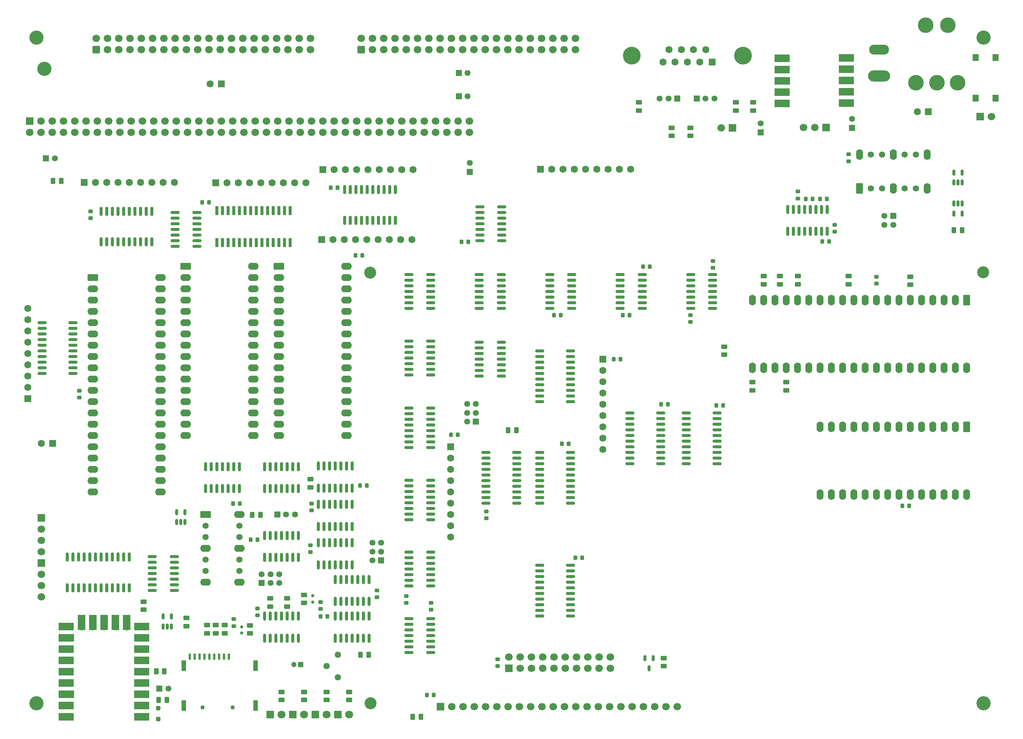
<source format=gbr>
%TF.GenerationSoftware,KiCad,Pcbnew,9.0.6*%
%TF.CreationDate,2025-11-23T22:39:12-08:00*%
%TF.ProjectId,SD-ZMB,53442d5a-4d42-42e6-9b69-6361645f7063,PR8.2*%
%TF.SameCoordinates,Original*%
%TF.FileFunction,Soldermask,Top*%
%TF.FilePolarity,Negative*%
%FSLAX46Y46*%
G04 Gerber Fmt 4.6, Leading zero omitted, Abs format (unit mm)*
G04 Created by KiCad (PCBNEW 9.0.6) date 2025-11-23 22:39:12*
%MOMM*%
%LPD*%
G01*
G04 APERTURE LIST*
G04 Aperture macros list*
%AMRoundRect*
0 Rectangle with rounded corners*
0 $1 Rounding radius*
0 $2 $3 $4 $5 $6 $7 $8 $9 X,Y pos of 4 corners*
0 Add a 4 corners polygon primitive as box body*
4,1,4,$2,$3,$4,$5,$6,$7,$8,$9,$2,$3,0*
0 Add four circle primitives for the rounded corners*
1,1,$1+$1,$2,$3*
1,1,$1+$1,$4,$5*
1,1,$1+$1,$6,$7*
1,1,$1+$1,$8,$9*
0 Add four rect primitives between the rounded corners*
20,1,$1+$1,$2,$3,$4,$5,0*
20,1,$1+$1,$4,$5,$6,$7,0*
20,1,$1+$1,$6,$7,$8,$9,0*
20,1,$1+$1,$8,$9,$2,$3,0*%
G04 Aperture macros list end*
%ADD10RoundRect,0.150000X0.200000X-0.150000X0.200000X0.150000X-0.200000X0.150000X-0.200000X-0.150000X0*%
%ADD11C,3.200000*%
%ADD12RoundRect,0.250000X0.350000X0.350000X-0.350000X0.350000X-0.350000X-0.350000X0.350000X-0.350000X0*%
%ADD13C,1.200000*%
%ADD14R,1.600000X1.600000*%
%ADD15C,1.600000*%
%ADD16RoundRect,0.150000X0.825000X0.150000X-0.825000X0.150000X-0.825000X-0.150000X0.825000X-0.150000X0*%
%ADD17RoundRect,0.225000X0.225000X0.250000X-0.225000X0.250000X-0.225000X-0.250000X0.225000X-0.250000X0*%
%ADD18RoundRect,0.250000X0.250000X-0.250000X0.250000X0.250000X-0.250000X0.250000X-0.250000X-0.250000X0*%
%ADD19RoundRect,0.250000X0.450000X-0.262500X0.450000X0.262500X-0.450000X0.262500X-0.450000X-0.262500X0*%
%ADD20RoundRect,0.225000X0.250000X-0.225000X0.250000X0.225000X-0.250000X0.225000X-0.250000X-0.225000X0*%
%ADD21R,1.350000X1.350000*%
%ADD22C,1.350000*%
%ADD23RoundRect,0.250000X0.550000X-0.950000X0.550000X0.950000X-0.550000X0.950000X-0.550000X-0.950000X0*%
%ADD24C,1.400000*%
%ADD25O,1.600000X2.400000*%
%ADD26RoundRect,0.150000X-0.837500X-0.150000X0.837500X-0.150000X0.837500X0.150000X-0.837500X0.150000X0*%
%ADD27RoundRect,0.225000X-0.250000X0.225000X-0.250000X-0.225000X0.250000X-0.225000X0.250000X0.225000X0*%
%ADD28C,2.700000*%
%ADD29R,1.700000X1.700000*%
%ADD30C,1.700000*%
%ADD31RoundRect,0.150000X0.150000X-0.825000X0.150000X0.825000X-0.150000X0.825000X-0.150000X-0.825000X0*%
%ADD32O,1.700000X1.700000*%
%ADD33R,3.500000X1.700000*%
%ADD34RoundRect,0.150000X-0.825000X-0.150000X0.825000X-0.150000X0.825000X0.150000X-0.825000X0.150000X0*%
%ADD35RoundRect,0.250000X-0.950000X-0.550000X0.950000X-0.550000X0.950000X0.550000X-0.950000X0.550000X0*%
%ADD36O,2.400000X1.600000*%
%ADD37RoundRect,0.225000X-0.225000X-0.250000X0.225000X-0.250000X0.225000X0.250000X-0.225000X0.250000X0*%
%ADD38RoundRect,0.250000X-0.450000X0.262500X-0.450000X-0.262500X0.450000X-0.262500X0.450000X0.262500X0*%
%ADD39RoundRect,0.150000X0.150000X-0.900000X0.150000X0.900000X-0.150000X0.900000X-0.150000X-0.900000X0*%
%ADD40C,4.000000*%
%ADD41C,3.500000*%
%ADD42R,1.800000X1.800000*%
%ADD43C,1.800000*%
%ADD44RoundRect,0.250000X-0.262500X-0.450000X0.262500X-0.450000X0.262500X0.450000X-0.262500X0.450000X0*%
%ADD45RoundRect,0.250000X0.550000X0.550000X-0.550000X0.550000X-0.550000X-0.550000X0.550000X-0.550000X0*%
%ADD46RoundRect,0.150000X0.150000X-0.837500X0.150000X0.837500X-0.150000X0.837500X-0.150000X-0.837500X0*%
%ADD47RoundRect,0.250000X0.262500X0.450000X-0.262500X0.450000X-0.262500X-0.450000X0.262500X-0.450000X0*%
%ADD48R,1.400000X1.600000*%
%ADD49RoundRect,0.150000X-0.150000X0.825000X-0.150000X-0.825000X0.150000X-0.825000X0.150000X0.825000X0*%
%ADD50RoundRect,0.250000X0.600000X-0.600000X0.600000X0.600000X-0.600000X0.600000X-0.600000X-0.600000X0*%
%ADD51RoundRect,0.150000X-0.150000X0.512500X-0.150000X-0.512500X0.150000X-0.512500X0.150000X0.512500X0*%
%ADD52RoundRect,0.250000X-0.550000X0.950000X-0.550000X-0.950000X0.550000X-0.950000X0.550000X0.950000X0*%
%ADD53O,5.000000X2.500000*%
%ADD54O,4.500000X2.250000*%
%ADD55R,1.700000X3.500000*%
%ADD56RoundRect,0.150000X0.837500X0.150000X-0.837500X0.150000X-0.837500X-0.150000X0.837500X-0.150000X0*%
%ADD57RoundRect,0.150000X0.150000X-0.512500X0.150000X0.512500X-0.150000X0.512500X-0.150000X-0.512500X0*%
%ADD58RoundRect,0.150000X-0.150000X0.837500X-0.150000X-0.837500X0.150000X-0.837500X0.150000X0.837500X0*%
%ADD59RoundRect,0.150000X-0.200000X0.150000X-0.200000X-0.150000X0.200000X-0.150000X0.200000X0.150000X0*%
%ADD60C,0.950000*%
%ADD61R,0.620000X1.400000*%
%ADD62R,1.100000X2.400000*%
%ADD63C,1.440000*%
G04 APERTURE END LIST*
D10*
%TO.C,D5*%
X158750000Y-224725000D03*
X158750000Y-226125000D03*
%TD*%
D11*
%TO.C,H3*%
X309880000Y-99060000D03*
%TD*%
D12*
%TO.C,C6*%
X156043600Y-240157000D03*
D13*
X154543600Y-240157000D03*
%TD*%
D14*
%TO.C,RN4*%
X107315000Y-131650000D03*
D15*
X109855000Y-131650000D03*
X112395000Y-131650000D03*
X114935000Y-131650000D03*
X117475000Y-131650000D03*
X120015000Y-131650000D03*
X122555000Y-131650000D03*
X125095000Y-131650000D03*
X127635000Y-131650000D03*
%TD*%
D16*
%TO.C,U10*%
X132715000Y-146050000D03*
X132715000Y-144780000D03*
X132715000Y-143510000D03*
X132715000Y-142240000D03*
X132715000Y-140970000D03*
X132715000Y-139700000D03*
X132715000Y-138430000D03*
X127765000Y-138430000D03*
X127765000Y-139700000D03*
X127765000Y-140970000D03*
X127765000Y-142240000D03*
X127765000Y-143510000D03*
X127765000Y-144780000D03*
X127765000Y-146050000D03*
%TD*%
D17*
%TO.C,C26*%
X169939000Y-148082000D03*
X168389000Y-148082000D03*
%TD*%
D18*
%TO.C,D6*%
X123952000Y-252500000D03*
X123952000Y-250000000D03*
%TD*%
D19*
%TO.C,R36*%
X158242000Y-200302500D03*
X158242000Y-198477500D03*
%TD*%
D20*
%TO.C,C27*%
X200406000Y-240551000D03*
X200406000Y-239001000D03*
%TD*%
D21*
%TO.C,OP1*%
X150780999Y-206375000D03*
D22*
X152780999Y-206375000D03*
X154780999Y-206375000D03*
%TD*%
D23*
%TO.C,U31*%
X281940000Y-132969000D03*
D24*
X284480000Y-132969000D03*
X287020000Y-132969000D03*
D25*
X289560000Y-132969000D03*
D24*
X292100000Y-132969000D03*
X294640000Y-132969000D03*
D25*
X297180000Y-132969000D03*
X297180000Y-125349000D03*
D24*
X294640000Y-125349000D03*
X292100000Y-125349000D03*
D25*
X289560000Y-125349000D03*
D24*
X287020000Y-125349000D03*
X284480000Y-125349000D03*
D25*
X281940000Y-125349000D03*
%TD*%
D16*
%TO.C,U43*%
X127570000Y-223520000D03*
X127570000Y-222250000D03*
X127570000Y-220980000D03*
X127570000Y-219710000D03*
X127570000Y-218440000D03*
X127570000Y-217170000D03*
X127570000Y-215900000D03*
X122620000Y-215900000D03*
X122620000Y-217170000D03*
X122620000Y-218440000D03*
X122620000Y-219710000D03*
X122620000Y-220980000D03*
X122620000Y-222250000D03*
X122620000Y-223520000D03*
%TD*%
D26*
%TO.C,U26*%
X209897500Y-169545000D03*
X209897500Y-170815000D03*
X209897500Y-172085000D03*
X209897500Y-173355000D03*
X209897500Y-174625000D03*
X209897500Y-175895000D03*
X209897500Y-177165000D03*
X209897500Y-178435000D03*
X209897500Y-179705000D03*
X209897500Y-180975000D03*
X216822500Y-180975000D03*
X216822500Y-179705000D03*
X216822500Y-178435000D03*
X216822500Y-177165000D03*
X216822500Y-175895000D03*
X216822500Y-174625000D03*
X216822500Y-173355000D03*
X216822500Y-172085000D03*
X216822500Y-170815000D03*
X216822500Y-169545000D03*
%TD*%
D27*
%TO.C,C12*%
X158496000Y-203949000D03*
X158496000Y-205499000D03*
%TD*%
%TO.C,C32*%
X158242000Y-213347000D03*
X158242000Y-214897000D03*
%TD*%
D28*
%TO.C,H6*%
X171796679Y-248907865D03*
%TD*%
D27*
%TO.C,C41*%
X276352000Y-141211000D03*
X276352000Y-142761000D03*
%TD*%
D29*
%TO.C,J16*%
X274447000Y-119253000D03*
D30*
X271907000Y-119253000D03*
X269367001Y-119253000D03*
%TD*%
D31*
%TO.C,U8*%
X147955000Y-200595000D03*
X149225000Y-200595000D03*
X150495000Y-200595000D03*
X151765000Y-200595000D03*
X153035000Y-200595000D03*
X154305000Y-200595000D03*
X155575000Y-200595000D03*
X155575000Y-195645000D03*
X154305000Y-195645000D03*
X153035000Y-195645000D03*
X151765000Y-195645000D03*
X150495000Y-195645000D03*
X149225000Y-195645000D03*
X147955000Y-195645000D03*
%TD*%
D32*
%TO.C,M1*%
X265450000Y-103722000D03*
D33*
X264550000Y-103722000D03*
D32*
X265450000Y-106262000D03*
D33*
X264550000Y-106262000D03*
D29*
X265450000Y-108802000D03*
D33*
X264550000Y-108802000D03*
D32*
X265450000Y-111342000D03*
D33*
X264550000Y-111342000D03*
D32*
X265450000Y-113882000D03*
D33*
X264550000Y-113882000D03*
D32*
X278130000Y-113792000D03*
D33*
X279030000Y-113792000D03*
D32*
X278130000Y-111252000D03*
D33*
X279030000Y-111252000D03*
D29*
X278130000Y-108712000D03*
D33*
X279030000Y-108712000D03*
D32*
X278130000Y-106172000D03*
D33*
X279030000Y-106172000D03*
D32*
X278130000Y-103632000D03*
D33*
X279030000Y-103632000D03*
%TD*%
D34*
%TO.C,U34*%
X196407000Y-137160000D03*
X196407000Y-138430000D03*
X196407000Y-139700000D03*
X196407000Y-140970000D03*
X196407000Y-142240000D03*
X196407000Y-143510000D03*
X196407000Y-144780000D03*
X201357000Y-144780000D03*
X201357000Y-143510000D03*
X201357000Y-142240000D03*
X201357000Y-140970000D03*
X201357000Y-139700000D03*
X201357000Y-138430000D03*
X201357000Y-137160000D03*
%TD*%
%TO.C,U12*%
X180405000Y-198728000D03*
X180405000Y-199998000D03*
X180405000Y-201268000D03*
X180405000Y-202538000D03*
X180405000Y-203808000D03*
X180405000Y-205078000D03*
X180405000Y-206348000D03*
X180405000Y-207618000D03*
X185355000Y-207618000D03*
X185355000Y-206348000D03*
X185355000Y-205078000D03*
X185355000Y-203808000D03*
X185355000Y-202538000D03*
X185355000Y-201268000D03*
X185355000Y-199998000D03*
X185355000Y-198728000D03*
%TD*%
D11*
%TO.C,H1*%
X96520000Y-248920000D03*
%TD*%
D17*
%TO.C,C8*%
X234709000Y-150622000D03*
X233159000Y-150622000D03*
%TD*%
D34*
%TO.C,U7*%
X180405000Y-152400000D03*
X180405000Y-153670000D03*
X180405000Y-154940000D03*
X180405000Y-156210000D03*
X180405000Y-157480000D03*
X180405000Y-158750000D03*
X180405000Y-160020000D03*
X185355000Y-160020000D03*
X185355000Y-158750000D03*
X185355000Y-157480000D03*
X185355000Y-156210000D03*
X185355000Y-154940000D03*
X185355000Y-153670000D03*
X185355000Y-152400000D03*
%TD*%
D35*
%TO.C,U13*%
X109220000Y-153035000D03*
D36*
X109220000Y-155575000D03*
X109220000Y-158115000D03*
X109220000Y-160655000D03*
X109220000Y-163195000D03*
X109220000Y-165735000D03*
X109220000Y-168275000D03*
X109220000Y-170815000D03*
X109220000Y-173355000D03*
X109220000Y-175895000D03*
X109220000Y-178435000D03*
X109220000Y-180975000D03*
X109220000Y-183515000D03*
X109220000Y-186055000D03*
X109220000Y-188595000D03*
X109220000Y-191135000D03*
X109220000Y-193675000D03*
X109220000Y-196215000D03*
X109220000Y-198755000D03*
X109220000Y-201295000D03*
X124460000Y-201295000D03*
X124460000Y-198755000D03*
X124460000Y-196215000D03*
X124460000Y-193675000D03*
X124460000Y-191135000D03*
X124460000Y-188595000D03*
X124460000Y-186055000D03*
X124460000Y-183515000D03*
X124460000Y-180975000D03*
X124460000Y-178435000D03*
X124460000Y-175895000D03*
X124460000Y-173355000D03*
X124460000Y-170815000D03*
X124460000Y-168275000D03*
X124460000Y-165735000D03*
X124460000Y-163195000D03*
X124460000Y-160655000D03*
X124460000Y-158115000D03*
X124460000Y-155575000D03*
X124460000Y-153035000D03*
%TD*%
D27*
%TO.C,C31*%
X197866000Y-205727000D03*
X197866000Y-207277000D03*
%TD*%
D37*
%TO.C,C7*%
X214871000Y-190500000D03*
X216421000Y-190500000D03*
%TD*%
D29*
%TO.C,J3*%
X253370000Y-119380000D03*
D30*
X250830000Y-119380000D03*
%TD*%
D34*
%TO.C,U4*%
X243905000Y-152400000D03*
X243905000Y-153670000D03*
X243905000Y-154940000D03*
X243905000Y-156210000D03*
X243905000Y-157480000D03*
X243905000Y-158750000D03*
X243905000Y-160020000D03*
X248855000Y-160020000D03*
X248855000Y-158750000D03*
X248855000Y-157480000D03*
X248855000Y-156210000D03*
X248855000Y-154940000D03*
X248855000Y-153670000D03*
X248855000Y-152400000D03*
%TD*%
D26*
%TO.C,U18*%
X209897500Y-192405000D03*
X209897500Y-193675000D03*
X209897500Y-194945000D03*
X209897500Y-196215000D03*
X209897500Y-197485000D03*
X209897500Y-198755000D03*
X209897500Y-200025000D03*
X209897500Y-201295000D03*
X209897500Y-202565000D03*
X209897500Y-203835000D03*
X216822500Y-203835000D03*
X216822500Y-202565000D03*
X216822500Y-201295000D03*
X216822500Y-200025000D03*
X216822500Y-198755000D03*
X216822500Y-197485000D03*
X216822500Y-196215000D03*
X216822500Y-194945000D03*
X216822500Y-193675000D03*
X216822500Y-192405000D03*
%TD*%
D14*
%TO.C,RN1*%
X189865000Y-191135000D03*
D15*
X189865000Y-193675000D03*
X189865000Y-196215000D03*
X189865000Y-198755000D03*
X189865000Y-201295000D03*
X189865000Y-203835000D03*
X189865000Y-206375000D03*
X189865000Y-208915000D03*
X189865000Y-211455000D03*
%TD*%
D38*
%TO.C,R6*%
X257810000Y-176633500D03*
X257810000Y-178458500D03*
%TD*%
D39*
%TO.C,U15*%
X137160000Y-145205000D03*
X138430001Y-145205000D03*
X139700000Y-145205000D03*
X140970000Y-145205000D03*
X142240000Y-145204999D03*
X143510000Y-145205000D03*
X144780000Y-145205000D03*
X146050000Y-145205000D03*
X147320000Y-145205000D03*
X148590000Y-145204999D03*
X149860000Y-145205000D03*
X151130000Y-145205000D03*
X152399999Y-145205000D03*
X153670000Y-145205000D03*
X153670000Y-138005000D03*
X152399999Y-138005000D03*
X151130000Y-138005000D03*
X149860000Y-138005000D03*
X148590000Y-138005001D03*
X147320000Y-138005000D03*
X146050000Y-138005000D03*
X144780000Y-138005000D03*
X143510000Y-138005000D03*
X142240000Y-138005001D03*
X140970000Y-138005000D03*
X139700000Y-138005000D03*
X138430001Y-138005000D03*
X137160000Y-138005000D03*
%TD*%
D20*
%TO.C,C14*%
X108712000Y-139713000D03*
X108712000Y-138163000D03*
%TD*%
D37*
%TO.C,C9*%
X144767000Y-212090000D03*
X146317000Y-212090000D03*
%TD*%
D40*
%TO.C,J18*%
X255690000Y-103155331D03*
X230690000Y-103155331D03*
D14*
X248730000Y-104575331D03*
D15*
X245960000Y-104575331D03*
X243190000Y-104575331D03*
X240420000Y-104575331D03*
X237650000Y-104575331D03*
X247345000Y-101735331D03*
X244575000Y-101735331D03*
X241805000Y-101735331D03*
X239035000Y-101735331D03*
%TD*%
D19*
%TO.C,R14*%
X144653000Y-233195500D03*
X144653000Y-231370500D03*
%TD*%
D21*
%TO.C,OP4*%
X147256999Y-221837000D03*
D22*
X149256999Y-221837000D03*
X151256999Y-221837000D03*
X147256999Y-219837000D03*
X149256999Y-219837000D03*
X151256999Y-219837000D03*
%TD*%
D41*
%TO.C,SW2*%
X294679000Y-109216000D03*
X299379000Y-109216000D03*
X304079000Y-109216000D03*
X296879000Y-96266000D03*
X301879000Y-96266000D03*
%TD*%
D26*
%TO.C,U17*%
X197832500Y-192405000D03*
X197832500Y-193675000D03*
X197832500Y-194945000D03*
X197832500Y-196215000D03*
X197832500Y-197485000D03*
X197832500Y-198755000D03*
X197832500Y-200025000D03*
X197832500Y-201295000D03*
X197832500Y-202565000D03*
X197832500Y-203835000D03*
X204757500Y-203835000D03*
X204757500Y-202565000D03*
X204757500Y-201295000D03*
X204757500Y-200025000D03*
X204757500Y-198755000D03*
X204757500Y-197485000D03*
X204757500Y-196215000D03*
X204757500Y-194945000D03*
X204757500Y-193675000D03*
X204757500Y-192405000D03*
%TD*%
D42*
%TO.C,D2*%
X154305000Y-251460000D03*
D43*
X156845000Y-251460000D03*
%TD*%
D29*
%TO.C,J10*%
X97663000Y-207137000D03*
D30*
X97663000Y-209677000D03*
X97663000Y-212217000D03*
X97663000Y-214757000D03*
%TD*%
D28*
%TO.C,H5*%
X309777694Y-151929173D03*
%TD*%
D19*
%TO.C,R17*%
X260350000Y-154582500D03*
X260350000Y-152757500D03*
%TD*%
D44*
%TO.C,R29*%
X169521500Y-237998000D03*
X171346500Y-237998000D03*
%TD*%
D14*
%TO.C,RN3*%
X224155000Y-171450000D03*
D15*
X224155000Y-173990000D03*
X224155000Y-176530000D03*
X224155000Y-179070000D03*
X224155000Y-181610000D03*
X224155000Y-184150000D03*
X224155000Y-186690000D03*
X224155000Y-189230000D03*
X224155000Y-191770000D03*
%TD*%
D19*
%TO.C,R1*%
X151765000Y-248181500D03*
X151765000Y-246356500D03*
%TD*%
D17*
%TO.C,C23*%
X193815000Y-145034000D03*
X192265000Y-145034000D03*
%TD*%
D19*
%TO.C,R10*%
X268097000Y-154582500D03*
X268097000Y-152757500D03*
%TD*%
%TO.C,R21*%
X149225000Y-227123000D03*
X149225000Y-225298000D03*
%TD*%
D14*
%TO.C,RN2*%
X94615000Y-180339999D03*
D15*
X94615000Y-177799999D03*
X94615000Y-175259999D03*
X94615000Y-172719999D03*
X94615000Y-170179999D03*
X94615000Y-167639999D03*
X94615000Y-165099999D03*
X94615000Y-162559999D03*
X94615000Y-160019999D03*
%TD*%
D45*
%TO.C,C3*%
X138153449Y-109466688D03*
D15*
X135653449Y-109466688D03*
%TD*%
D19*
%TO.C,R25*%
X237871000Y-240561500D03*
X237871000Y-238736500D03*
%TD*%
D46*
%TO.C,U27*%
X111125000Y-145067500D03*
X112395000Y-145067500D03*
X113665000Y-145067500D03*
X114935000Y-145067500D03*
X116205000Y-145067500D03*
X117475000Y-145067500D03*
X118745000Y-145067500D03*
X120015000Y-145067500D03*
X121285000Y-145067500D03*
X122555000Y-145067500D03*
X122555000Y-138142500D03*
X121285000Y-138142500D03*
X120015000Y-138142500D03*
X118745000Y-138142500D03*
X117475000Y-138142500D03*
X116205000Y-138142500D03*
X114935000Y-138142500D03*
X113665000Y-138142500D03*
X112395000Y-138142500D03*
X111125000Y-138142500D03*
%TD*%
D20*
%TO.C,C24*%
X106172000Y-180099000D03*
X106172000Y-178549000D03*
%TD*%
D47*
%TO.C,R20*%
X183157500Y-251968000D03*
X181332500Y-251968000D03*
%TD*%
D45*
%TO.C,C4*%
X297473380Y-115697000D03*
D15*
X294973380Y-115697000D03*
%TD*%
D21*
%TO.C,OP2*%
X240919000Y-112776000D03*
D22*
X238919000Y-112776000D03*
X236919000Y-112776000D03*
%TD*%
D34*
%TO.C,U9*%
X228030000Y-152400000D03*
X228030000Y-153670000D03*
X228030000Y-154940000D03*
X228030000Y-156210000D03*
X228030000Y-157480000D03*
X228030000Y-158750000D03*
X228030000Y-160020000D03*
X232980000Y-160020000D03*
X232980000Y-158750000D03*
X232980000Y-157480000D03*
X232980000Y-156210000D03*
X232980000Y-154940000D03*
X232980000Y-153670000D03*
X232980000Y-152400000D03*
%TD*%
D37*
%TO.C,C1*%
X140830000Y-203962000D03*
X142380000Y-203962000D03*
%TD*%
%TO.C,C21*%
X213093000Y-161544000D03*
X214643000Y-161544000D03*
%TD*%
D19*
%TO.C,R7*%
X232283000Y-115466500D03*
X232283000Y-113641500D03*
%TD*%
%TO.C,R9*%
X254127000Y-115466500D03*
X254127000Y-113641500D03*
%TD*%
D48*
%TO.C,SW1*%
X312638000Y-103577000D03*
X312602000Y-112677000D03*
X308138000Y-103577000D03*
X308102000Y-112677000D03*
%TD*%
D19*
%TO.C,R31*%
X136940000Y-233162500D03*
X136940000Y-231337500D03*
%TD*%
D26*
%TO.C,U23*%
X242917500Y-183515000D03*
X242917500Y-184785000D03*
X242917500Y-186055000D03*
X242917500Y-187325000D03*
X242917500Y-188595000D03*
X242917500Y-189865000D03*
X242917500Y-191135000D03*
X242917500Y-192405000D03*
X242917500Y-193675000D03*
X242917500Y-194945000D03*
X249842500Y-194945000D03*
X249842500Y-193675000D03*
X249842500Y-192405000D03*
X249842500Y-191135000D03*
X249842500Y-189865000D03*
X249842500Y-188595000D03*
X249842500Y-187325000D03*
X249842500Y-186055000D03*
X249842500Y-184785000D03*
X249842500Y-183515000D03*
%TD*%
D49*
%TO.C,U46*%
X274701000Y-137733000D03*
X273431000Y-137733000D03*
X272161000Y-137733000D03*
X270891000Y-137733000D03*
X269621000Y-137733000D03*
X268351000Y-137733000D03*
X267081000Y-137733000D03*
X265811000Y-137733000D03*
X265811000Y-142683000D03*
X267081000Y-142683000D03*
X268351000Y-142683000D03*
X269621000Y-142683000D03*
X270891000Y-142683000D03*
X272161000Y-142683000D03*
X273431000Y-142683000D03*
X274701000Y-142683000D03*
%TD*%
D44*
%TO.C,R28*%
X100299000Y-131313000D03*
X102124000Y-131313000D03*
%TD*%
D20*
%TO.C,C37*%
X140970000Y-231535772D03*
X140970000Y-229985772D03*
%TD*%
D38*
%TO.C,R18*%
X265430000Y-176633500D03*
X265430000Y-178458500D03*
%TD*%
D35*
%TO.C,U22*%
X151130000Y-150495000D03*
D36*
X151130000Y-153035000D03*
X151130000Y-155575000D03*
X151130000Y-158115000D03*
X151130000Y-160655000D03*
X151130000Y-163195000D03*
X151130000Y-165735000D03*
X151130000Y-168275000D03*
X151130000Y-170815000D03*
X151130000Y-173355000D03*
X151130000Y-175895000D03*
X151130000Y-178435000D03*
X151130000Y-180975000D03*
X151130000Y-183515000D03*
X151130000Y-186055000D03*
X151130000Y-188595000D03*
X166370000Y-188595000D03*
X166370000Y-186055000D03*
X166370000Y-183515000D03*
X166370000Y-180975000D03*
X166370000Y-178435000D03*
X166370000Y-175895000D03*
X166370000Y-173355000D03*
X166370000Y-170815000D03*
X166370000Y-168275000D03*
X166370000Y-165735000D03*
X166370000Y-163195000D03*
X166370000Y-160655000D03*
X166370000Y-158115000D03*
X166370000Y-155575000D03*
X166370000Y-153035000D03*
X166370000Y-150495000D03*
%TD*%
D19*
%TO.C,R33*%
X134940000Y-233162500D03*
X134940000Y-231337500D03*
%TD*%
D50*
%TO.C,J9*%
X169678501Y-101805501D03*
D30*
X169678501Y-99265501D03*
X172218501Y-101805501D03*
X172218501Y-99265501D03*
X174758500Y-101805501D03*
X174758501Y-99265501D03*
X177298501Y-101805501D03*
X177298501Y-99265501D03*
X179838501Y-101805501D03*
X179838501Y-99265501D03*
X182378501Y-101805501D03*
X182378501Y-99265501D03*
X184918501Y-101805501D03*
X184918501Y-99265501D03*
X187458502Y-101805501D03*
X187458501Y-99265501D03*
X189998501Y-101805501D03*
X189998501Y-99265501D03*
X192538501Y-101805501D03*
X192538501Y-99265501D03*
X195078501Y-101805501D03*
X195078501Y-99265501D03*
X197618500Y-101805501D03*
X197618501Y-99265501D03*
X200158501Y-101805501D03*
X200158501Y-99265501D03*
X202698501Y-101805501D03*
X202698501Y-99265501D03*
X205238501Y-101805501D03*
X205238501Y-99265501D03*
X207778500Y-101805501D03*
X207778501Y-99265501D03*
X210318502Y-101805501D03*
X210318501Y-99265501D03*
X212858501Y-101805501D03*
X212858501Y-99265501D03*
X215398501Y-101805501D03*
X215398501Y-99265501D03*
X217938501Y-101805501D03*
X217938501Y-99265501D03*
%TD*%
D19*
%TO.C,R12*%
X264033000Y-154582500D03*
X264033000Y-152757500D03*
%TD*%
D49*
%TO.C,U38*%
X167640000Y-212790000D03*
X166370000Y-212790000D03*
X165100000Y-212790000D03*
X163830000Y-212790000D03*
X162560000Y-212790000D03*
X161290000Y-212790000D03*
X160020000Y-212790000D03*
X160020000Y-217740000D03*
X161290000Y-217740000D03*
X162560000Y-217740000D03*
X163830000Y-217740000D03*
X165100000Y-217740000D03*
X166370000Y-217740000D03*
X167640000Y-217740000D03*
%TD*%
D51*
%TO.C,U40*%
X305114999Y-136403500D03*
X304165000Y-136403500D03*
X303215001Y-136403500D03*
X303215001Y-138678500D03*
X305114999Y-138678500D03*
%TD*%
D28*
%TO.C,H7*%
X171754750Y-151938471D03*
%TD*%
D37*
%TO.C,C33*%
X189890000Y-188468000D03*
X191440000Y-188468000D03*
%TD*%
D16*
%TO.C,U39*%
X185355000Y-222469000D03*
X185355000Y-221199000D03*
X185355000Y-219929000D03*
X185355000Y-218659000D03*
X185355000Y-217389000D03*
X185355000Y-216119000D03*
X185355000Y-214849000D03*
X180405000Y-214849000D03*
X180405000Y-216119000D03*
X180405000Y-217389000D03*
X180405000Y-218659000D03*
X180405000Y-219929000D03*
X180405000Y-221199000D03*
X180405000Y-222469000D03*
%TD*%
D21*
%TO.C,OP8*%
X259715000Y-120380000D03*
D22*
X259715000Y-118380000D03*
%TD*%
D11*
%TO.C,H2*%
X309880000Y-248920000D03*
%TD*%
D37*
%TO.C,C25*%
X162801000Y-132842000D03*
X164351000Y-132842000D03*
%TD*%
D20*
%TO.C,C35*%
X179832000Y-226327000D03*
X179832000Y-224777000D03*
%TD*%
%TO.C,C2*%
X279527000Y-126886001D03*
X279527000Y-125336001D03*
%TD*%
D52*
%TO.C,U35*%
X306070000Y-158115000D03*
D25*
X303530000Y-158115000D03*
X300990000Y-158115000D03*
X298450000Y-158115000D03*
X295910000Y-158115000D03*
X293370000Y-158115000D03*
X290830000Y-158115000D03*
X288290000Y-158115000D03*
X285750000Y-158115000D03*
X283210000Y-158115000D03*
X280670000Y-158115000D03*
X278130000Y-158115000D03*
X275590000Y-158115000D03*
X273050000Y-158115000D03*
X270510000Y-158115000D03*
X267970000Y-158115000D03*
X265430000Y-158115000D03*
X262890000Y-158115000D03*
X260350000Y-158115000D03*
X257810000Y-158115000D03*
X257810000Y-173355000D03*
X260350000Y-173355000D03*
X262890000Y-173355000D03*
X265430000Y-173355000D03*
X267970000Y-173355000D03*
X270510000Y-173355000D03*
X273050000Y-173355000D03*
X275590000Y-173355000D03*
X278130000Y-173355000D03*
X280670000Y-173355000D03*
X283210000Y-173355000D03*
X285750000Y-173355000D03*
X288290000Y-173355000D03*
X290830000Y-173355000D03*
X293370000Y-173355000D03*
X295910000Y-173355000D03*
X298450000Y-173355000D03*
X300990000Y-173355000D03*
X303530000Y-173355000D03*
X306070000Y-173355000D03*
%TD*%
D46*
%TO.C,U30*%
X165989000Y-140217500D03*
X167259000Y-140217500D03*
X168529000Y-140217500D03*
X169799000Y-140217500D03*
X171069000Y-140217500D03*
X172339000Y-140217500D03*
X173609000Y-140217500D03*
X174879000Y-140217500D03*
X176149000Y-140217500D03*
X177419000Y-140217500D03*
X177419000Y-133292500D03*
X176149000Y-133292500D03*
X174879000Y-133292500D03*
X173609000Y-133292500D03*
X172339000Y-133292500D03*
X171069000Y-133292500D03*
X169799000Y-133292500D03*
X168529000Y-133292500D03*
X167259000Y-133292500D03*
X165989000Y-133292500D03*
%TD*%
D21*
%TO.C,OP3*%
X245269000Y-112776000D03*
D22*
X247269000Y-112776000D03*
X249269000Y-112776000D03*
%TD*%
D53*
%TO.C,J4*%
X286385000Y-107727000D03*
D54*
X286385000Y-101727000D03*
%TD*%
D29*
%TO.C,J17*%
X202946000Y-241051000D03*
D30*
X202946000Y-238511000D03*
X205486000Y-241051000D03*
X205486000Y-238511000D03*
X208026000Y-241051000D03*
X208026000Y-238511000D03*
X210566000Y-241051000D03*
X210566000Y-238511000D03*
X213106000Y-241051000D03*
X213106000Y-238511000D03*
X215646000Y-241051000D03*
X215646000Y-238511000D03*
X218186000Y-241051000D03*
X218186000Y-238511000D03*
X220726000Y-241051000D03*
X220726000Y-238511000D03*
X223266000Y-241051000D03*
X223266000Y-238511000D03*
X225806000Y-241051000D03*
X225806000Y-238511000D03*
%TD*%
D21*
%TO.C,JP3*%
X98690000Y-126250000D03*
D22*
X100690000Y-126250000D03*
%TD*%
D27*
%TO.C,C19*%
X285750000Y-152895000D03*
X285750000Y-154445000D03*
%TD*%
D21*
%TO.C,JP2*%
X191690000Y-107000000D03*
D22*
X193690000Y-107000000D03*
%TD*%
D20*
%TO.C,C30*%
X146304000Y-229121000D03*
X146304000Y-227571000D03*
%TD*%
D21*
%TO.C,OP6*%
X174212000Y-216757000D03*
D22*
X174212000Y-214757000D03*
X174212000Y-212757000D03*
X172212000Y-216757000D03*
X172212000Y-214757000D03*
X172212000Y-212757000D03*
%TD*%
D27*
%TO.C,C18*%
X243840000Y-161531000D03*
X243840000Y-163081000D03*
%TD*%
D19*
%TO.C,R2*%
X156845000Y-248181500D03*
X156845000Y-246356500D03*
%TD*%
D21*
%TO.C,JP4*%
X191690000Y-112250000D03*
D22*
X193690000Y-112250000D03*
%TD*%
D44*
%TO.C,R32*%
X123527500Y-241750000D03*
X125352500Y-241750000D03*
%TD*%
D32*
%TO.C,U45*%
X104140000Y-251968000D03*
D33*
X103240000Y-251968000D03*
D32*
X104140000Y-249428000D03*
D33*
X103240000Y-249428000D03*
D29*
X104140000Y-246888000D03*
D33*
X103240000Y-246888000D03*
D32*
X104140000Y-244348000D03*
D33*
X103240000Y-244348000D03*
D32*
X104140000Y-241808000D03*
D33*
X103240000Y-241808000D03*
D32*
X104140000Y-239268000D03*
D33*
X103240000Y-239268000D03*
D32*
X104140000Y-236728000D03*
D33*
X103240000Y-236728000D03*
D29*
X104140000Y-234188000D03*
D33*
X103240000Y-234188000D03*
D32*
X104140000Y-231648000D03*
D33*
X103240000Y-231648000D03*
D32*
X106680000Y-231648000D03*
D55*
X106680000Y-230748000D03*
D32*
X109220000Y-231648001D03*
D55*
X109220000Y-230748001D03*
D32*
X111760000Y-231647999D03*
D55*
X111760000Y-230747999D03*
D32*
X114300000Y-231648000D03*
D55*
X114300000Y-230748000D03*
D32*
X116840000Y-231648000D03*
D55*
X116840000Y-230748000D03*
D32*
X119380000Y-231648000D03*
D33*
X120280000Y-231648000D03*
D32*
X119380000Y-234188000D03*
D33*
X120280000Y-234188000D03*
D32*
X119380000Y-236728000D03*
D33*
X120280000Y-236728000D03*
D29*
X119380000Y-239268000D03*
D33*
X120280000Y-239268000D03*
D32*
X119380000Y-241808000D03*
D33*
X120280000Y-241808000D03*
D32*
X119380000Y-244348000D03*
D33*
X120280000Y-244348000D03*
D32*
X119380000Y-246888000D03*
D33*
X120280000Y-246888000D03*
D32*
X119380000Y-249428000D03*
D33*
X120280000Y-249428000D03*
D29*
X119380000Y-251968000D03*
D33*
X120280000Y-251968000D03*
%TD*%
D49*
%TO.C,U44*%
X155575000Y-229300000D03*
X154305000Y-229300000D03*
X153035000Y-229300000D03*
X151765000Y-229300000D03*
X150495000Y-229300000D03*
X149225000Y-229300000D03*
X147955000Y-229300000D03*
X147955000Y-234250000D03*
X149225000Y-234250000D03*
X150495000Y-234250000D03*
X151765000Y-234250000D03*
X153035000Y-234250000D03*
X154305000Y-234250000D03*
X155575000Y-234250000D03*
%TD*%
D17*
%TO.C,C28*%
X228105000Y-171450000D03*
X226555000Y-171450000D03*
%TD*%
D21*
%TO.C,JP6*%
X280247869Y-119363742D03*
D22*
X280247869Y-117363742D03*
%TD*%
D29*
%TO.C,J1*%
X309113000Y-116839999D03*
D30*
X311653000Y-116839999D03*
%TD*%
D37*
%TO.C,C42*%
X269862000Y-135382000D03*
X271412000Y-135382000D03*
%TD*%
D17*
%TO.C,C10*%
X238773000Y-181610000D03*
X237223000Y-181610000D03*
%TD*%
D34*
%TO.C,U14*%
X196280000Y-167640000D03*
X196280000Y-168910000D03*
X196280000Y-170180000D03*
X196280000Y-171450000D03*
X196280000Y-172720000D03*
X196280000Y-173990000D03*
X196280000Y-175260000D03*
X201230000Y-175260000D03*
X201230000Y-173990000D03*
X201230000Y-172720000D03*
X201230000Y-171450000D03*
X201230000Y-170180000D03*
X201230000Y-168910000D03*
X201230000Y-167640000D03*
%TD*%
D52*
%TO.C,U33*%
X306070000Y-186690000D03*
D25*
X303530000Y-186690000D03*
X300990000Y-186690000D03*
X298450000Y-186690000D03*
X295910000Y-186690000D03*
X293370000Y-186690000D03*
X290830000Y-186690000D03*
X288290000Y-186690000D03*
X285750000Y-186690000D03*
X283210000Y-186690000D03*
X280670000Y-186690000D03*
X278130000Y-186690000D03*
X275590000Y-186690000D03*
X273050000Y-186690000D03*
X273050000Y-201930000D03*
X275590000Y-201930000D03*
X278130000Y-201930000D03*
X280670000Y-201930000D03*
X283210000Y-201930000D03*
X285750000Y-201930000D03*
X288290000Y-201930000D03*
X290830000Y-201930000D03*
X293370000Y-201930000D03*
X295910000Y-201930000D03*
X298450000Y-201930000D03*
X300990000Y-201930000D03*
X303530000Y-201930000D03*
X306070000Y-201930000D03*
%TD*%
D37*
%TO.C,C34*%
X291579000Y-204470000D03*
X293129000Y-204470000D03*
%TD*%
D49*
%TO.C,U32*%
X167640000Y-204154000D03*
X166370000Y-204154000D03*
X165100000Y-204154000D03*
X163830000Y-204154000D03*
X162560000Y-204154000D03*
X161290000Y-204154000D03*
X160020000Y-204154000D03*
X160020000Y-209104000D03*
X161290000Y-209104000D03*
X162560000Y-209104000D03*
X163830000Y-209104000D03*
X165100000Y-209104000D03*
X166370000Y-209104000D03*
X167640000Y-209104000D03*
%TD*%
D31*
%TO.C,U11*%
X160020000Y-200468000D03*
X161290000Y-200468000D03*
X162560000Y-200468000D03*
X163830000Y-200468000D03*
X165100000Y-200468000D03*
X166370000Y-200468000D03*
X167640000Y-200468000D03*
X167640000Y-195518000D03*
X166370000Y-195518000D03*
X165100000Y-195518000D03*
X163830000Y-195518000D03*
X162560000Y-195518000D03*
X161290000Y-195518000D03*
X160020000Y-195518000D03*
%TD*%
D38*
%TO.C,R5*%
X156845000Y-224512500D03*
X156845000Y-226337500D03*
%TD*%
D29*
%TO.C,M2*%
X187565000Y-249660000D03*
D30*
X190105000Y-249660000D03*
X192645000Y-249660000D03*
X195185000Y-249660000D03*
X197725000Y-249660000D03*
X200265000Y-249660000D03*
X202805000Y-249660000D03*
X205345000Y-249660000D03*
X207885000Y-249660000D03*
X210425000Y-249660000D03*
X212965000Y-249660000D03*
X215505000Y-249660000D03*
X218045000Y-249660000D03*
X220585000Y-249660000D03*
X223125000Y-249660000D03*
X225665000Y-249660000D03*
X228205000Y-249660000D03*
X230745000Y-249660000D03*
X233285000Y-249660000D03*
X235825000Y-249660000D03*
X238365000Y-249660000D03*
X240905000Y-249660000D03*
%TD*%
D37*
%TO.C,C16*%
X228587000Y-161544000D03*
X230137000Y-161544000D03*
%TD*%
D34*
%TO.C,U5*%
X212155001Y-152400000D03*
X212155001Y-153670000D03*
X212155001Y-154940000D03*
X212155001Y-156210000D03*
X212155001Y-157480000D03*
X212155001Y-158750000D03*
X212155001Y-160020000D03*
X217105001Y-160020000D03*
X217105001Y-158750000D03*
X217105001Y-157480000D03*
X217105001Y-156210000D03*
X217105001Y-154940000D03*
X217105001Y-153670000D03*
X217105001Y-152400000D03*
%TD*%
D42*
%TO.C,D4*%
X164465000Y-251460000D03*
D43*
X167005000Y-251460000D03*
%TD*%
D56*
%TO.C,U25*%
X104775000Y-174625000D03*
X104775000Y-173355000D03*
X104775000Y-172085000D03*
X104775000Y-170815000D03*
X104775000Y-169545000D03*
X104775000Y-168275000D03*
X104775000Y-167005000D03*
X104775000Y-165735000D03*
X104775000Y-164465000D03*
X104775000Y-163195000D03*
X97850000Y-163195000D03*
X97850000Y-164465000D03*
X97850000Y-165735000D03*
X97850000Y-167005000D03*
X97850000Y-168275000D03*
X97850000Y-169545000D03*
X97850000Y-170815000D03*
X97850000Y-172085000D03*
X97850000Y-173355000D03*
X97850000Y-174625000D03*
%TD*%
D57*
%TO.C,U37*%
X125034001Y-231642500D03*
X125984000Y-231642500D03*
X126933999Y-231642500D03*
X126933999Y-229367500D03*
X125034001Y-229367500D03*
%TD*%
D35*
%TO.C,U21*%
X130175000Y-150495000D03*
D36*
X130175000Y-153035000D03*
X130175000Y-155575000D03*
X130175000Y-158115000D03*
X130175000Y-160655000D03*
X130175000Y-163195000D03*
X130175000Y-165735000D03*
X130175000Y-168275000D03*
X130175000Y-170815000D03*
X130175000Y-173355000D03*
X130175000Y-175895000D03*
X130175000Y-178435000D03*
X130175000Y-180975000D03*
X130175000Y-183515000D03*
X130175000Y-186055000D03*
X130175000Y-188595000D03*
X145415000Y-188595000D03*
X145415000Y-186055000D03*
X145415000Y-183515000D03*
X145415000Y-180975000D03*
X145415000Y-178435000D03*
X145415000Y-175895000D03*
X145415000Y-173355000D03*
X145415000Y-170815000D03*
X145415000Y-168275000D03*
X145415000Y-165735000D03*
X145415000Y-163195000D03*
X145415000Y-160655000D03*
X145415000Y-158115000D03*
X145415000Y-155575000D03*
X145415000Y-153035000D03*
X145415000Y-150495000D03*
%TD*%
D49*
%TO.C,U42*%
X171450000Y-221045000D03*
X170180000Y-221045000D03*
X168910000Y-221045000D03*
X167640000Y-221045000D03*
X166370000Y-221045000D03*
X165100000Y-221045000D03*
X163830000Y-221045000D03*
X163830000Y-225995000D03*
X165100000Y-225995000D03*
X166370000Y-225995000D03*
X167640000Y-225995000D03*
X168910000Y-225995000D03*
X170180000Y-225995000D03*
X171450000Y-225995000D03*
%TD*%
D44*
%TO.C,R35*%
X202795500Y-187452000D03*
X204620500Y-187452000D03*
%TD*%
D38*
%TO.C,R22*%
X293370000Y-152884500D03*
X293370000Y-154709500D03*
%TD*%
D14*
%TO.C,RN5*%
X160782000Y-144526000D03*
D15*
X163322000Y-144526000D03*
X165862000Y-144526000D03*
X168402000Y-144526000D03*
X170942000Y-144526000D03*
X173482000Y-144526000D03*
X176022000Y-144526000D03*
X178562000Y-144526000D03*
X181102000Y-144526000D03*
%TD*%
D27*
%TO.C,C29*%
X248920000Y-149339000D03*
X248920000Y-150889000D03*
%TD*%
D58*
%TO.C,U36*%
X117475000Y-215960000D03*
X116205000Y-215960000D03*
X114935000Y-215960000D03*
X113665000Y-215960000D03*
X112395000Y-215960000D03*
X111125000Y-215960000D03*
X109855000Y-215960000D03*
X108585000Y-215960000D03*
X107315000Y-215960000D03*
X106045000Y-215960000D03*
X104775000Y-215960000D03*
X103505000Y-215960000D03*
X103505000Y-222885000D03*
X104775000Y-222885000D03*
X106045000Y-222885000D03*
X107315000Y-222885000D03*
X108585000Y-222885000D03*
X109855000Y-222885000D03*
X111125000Y-222885000D03*
X112395000Y-222885000D03*
X113665000Y-222885000D03*
X114935000Y-222885000D03*
X116205000Y-222885000D03*
X117475000Y-222885000D03*
%TD*%
D37*
%TO.C,C40*%
X169405000Y-199898000D03*
X170955000Y-199898000D03*
%TD*%
D17*
%TO.C,C38*%
X274587000Y-135382000D03*
X273037000Y-135382000D03*
%TD*%
D27*
%TO.C,C11*%
X173228000Y-223507000D03*
X173228000Y-225057000D03*
%TD*%
D21*
%TO.C,JP1*%
X194190000Y-129250000D03*
D22*
X194190000Y-127250000D03*
%TD*%
D47*
%TO.C,R34*%
X146962500Y-206502000D03*
X145137500Y-206502000D03*
%TD*%
D20*
%TO.C,C17*%
X185420000Y-227851000D03*
X185420000Y-226301000D03*
%TD*%
D49*
%TO.C,U41*%
X171450000Y-229300000D03*
X170180000Y-229300000D03*
X168910000Y-229300000D03*
X167640000Y-229300000D03*
X166370000Y-229300000D03*
X165100000Y-229300000D03*
X163830000Y-229300000D03*
X163830000Y-234250000D03*
X165100000Y-234250000D03*
X166370000Y-234250000D03*
X167640000Y-234250000D03*
X168910000Y-234250000D03*
X170180000Y-234250000D03*
X171450000Y-234250000D03*
%TD*%
D19*
%TO.C,R24*%
X120650000Y-227861500D03*
X120650000Y-226036500D03*
%TD*%
D26*
%TO.C,U28*%
X209897500Y-217805000D03*
X209897500Y-219075000D03*
X209897500Y-220345000D03*
X209897500Y-221615000D03*
X209897500Y-222885000D03*
X209897500Y-224155000D03*
X209897500Y-225425000D03*
X209897500Y-226695000D03*
X209897500Y-227965000D03*
X209897500Y-229235000D03*
X216822500Y-229235000D03*
X216822500Y-227965000D03*
X216822500Y-226695000D03*
X216822500Y-225425000D03*
X216822500Y-224155000D03*
X216822500Y-222885000D03*
X216822500Y-221615000D03*
X216822500Y-220345000D03*
X216822500Y-219075000D03*
X216822500Y-217805000D03*
%TD*%
D50*
%TO.C,J8*%
X109988501Y-101805501D03*
D30*
X109988501Y-99265501D03*
X112528501Y-101805501D03*
X112528501Y-99265501D03*
X115068500Y-101805501D03*
X115068501Y-99265501D03*
X117608501Y-101805501D03*
X117608501Y-99265501D03*
X120148501Y-101805501D03*
X120148501Y-99265501D03*
X122688501Y-101805501D03*
X122688501Y-99265501D03*
X125228501Y-101805501D03*
X125228501Y-99265501D03*
X127768502Y-101805501D03*
X127768501Y-99265501D03*
X130308501Y-101805501D03*
X130308501Y-99265501D03*
X132848501Y-101805501D03*
X132848501Y-99265501D03*
X135388501Y-101805501D03*
X135388501Y-99265501D03*
X137928500Y-101805501D03*
X137928501Y-99265501D03*
X140468501Y-101805501D03*
X140468501Y-99265501D03*
X143008501Y-101805501D03*
X143008501Y-99265501D03*
X145548501Y-101805501D03*
X145548501Y-99265501D03*
X148088500Y-101805501D03*
X148088501Y-99265501D03*
X150628502Y-101805501D03*
X150628501Y-99265501D03*
X153168501Y-101805501D03*
X153168501Y-99265501D03*
X155708501Y-101805501D03*
X155708501Y-99265501D03*
X158248501Y-101805501D03*
X158248501Y-99265501D03*
%TD*%
D19*
%TO.C,R3*%
X161925000Y-248181500D03*
X161925000Y-246356500D03*
%TD*%
D59*
%TO.C,D7*%
X142748000Y-233110000D03*
X142748000Y-231710000D03*
%TD*%
D27*
%TO.C,C36*%
X160504757Y-226124638D03*
X160504757Y-227674638D03*
%TD*%
D47*
%TO.C,R27*%
X125880500Y-248158000D03*
X124055500Y-248158000D03*
%TD*%
D19*
%TO.C,R30*%
X138940000Y-233162500D03*
X138940000Y-231337500D03*
%TD*%
D38*
%TO.C,R8*%
X258040000Y-113641500D03*
X258040000Y-115466500D03*
%TD*%
D21*
%TO.C,JP5*%
X124222000Y-245618000D03*
D22*
X126222000Y-245618000D03*
%TD*%
D42*
%TO.C,D3*%
X159385000Y-251460000D03*
D43*
X161925000Y-251460000D03*
%TD*%
D38*
%TO.C,R23*%
X130302000Y-229719500D03*
X130302000Y-231544500D03*
%TD*%
D47*
%TO.C,R26*%
X305077500Y-142367000D03*
X303252500Y-142367000D03*
%TD*%
D14*
%TO.C,RN7*%
X210058000Y-128651000D03*
D15*
X212598000Y-128651000D03*
X215138000Y-128651000D03*
X217678000Y-128651000D03*
X220218000Y-128651000D03*
X222758000Y-128651000D03*
X225298000Y-128651000D03*
X227838000Y-128651000D03*
X230378000Y-128651000D03*
%TD*%
D21*
%TO.C,OP7*%
X289560000Y-139192000D03*
D22*
X287560000Y-139192000D03*
X289560000Y-141192000D03*
X287560000Y-141192000D03*
%TD*%
D14*
%TO.C,RN6*%
X136906000Y-131699000D03*
D15*
X139446000Y-131699000D03*
X141986000Y-131699000D03*
X144526000Y-131699000D03*
X147066000Y-131699000D03*
X149606000Y-131699000D03*
X152146000Y-131699000D03*
X154686000Y-131699000D03*
X157226000Y-131699000D03*
%TD*%
D51*
%TO.C,Q1*%
X235519000Y-238771000D03*
X233619000Y-238771000D03*
X234569000Y-241046000D03*
%TD*%
D17*
%TO.C,C39*%
X275095000Y-144907000D03*
X273545000Y-144907000D03*
%TD*%
D29*
%TO.C,J14*%
X97663000Y-217297000D03*
D30*
X97663000Y-219837000D03*
X97663000Y-222377000D03*
X97663000Y-224917000D03*
%TD*%
D31*
%TO.C,U2*%
X147955000Y-216089000D03*
X149225000Y-216089000D03*
X150495000Y-216089000D03*
X151765000Y-216089000D03*
X153035000Y-216089000D03*
X154305000Y-216089000D03*
X155575000Y-216089000D03*
X155575000Y-211139000D03*
X154305000Y-211139000D03*
X153035000Y-211139000D03*
X151765000Y-211139000D03*
X150495000Y-211139000D03*
X149225000Y-211139000D03*
X147955000Y-211139000D03*
%TD*%
D57*
%TO.C,U3*%
X303215001Y-131693500D03*
X304165000Y-131693500D03*
X305114999Y-131693500D03*
X305114999Y-129418500D03*
X303215001Y-129418500D03*
%TD*%
D11*
%TO.C,H4*%
X96520000Y-99060000D03*
%TD*%
D17*
%TO.C,C22*%
X219469000Y-216154000D03*
X217919000Y-216154000D03*
%TD*%
D29*
%TO.C,J12*%
X94996000Y-117856000D03*
D30*
X97536000Y-117856000D03*
X100076000Y-117856000D03*
X102616000Y-117856000D03*
X105156000Y-117856000D03*
X107696000Y-117856000D03*
X110236000Y-117856000D03*
X112776000Y-117856000D03*
X115316000Y-117856000D03*
X117856000Y-117856000D03*
X120396000Y-117856000D03*
X122936000Y-117856000D03*
X125476000Y-117856000D03*
X128016000Y-117856000D03*
X130556000Y-117856000D03*
X133096000Y-117856000D03*
X135636000Y-117856000D03*
X138176000Y-117856000D03*
X140716000Y-117856000D03*
X143256000Y-117856000D03*
X145796000Y-117856000D03*
X148336000Y-117856000D03*
X150876000Y-117856000D03*
X153416000Y-117856000D03*
X155956000Y-117856000D03*
X158496000Y-117856000D03*
X161036000Y-117856000D03*
X163576000Y-117856000D03*
X166116000Y-117856000D03*
X168656000Y-117856000D03*
X171196000Y-117856000D03*
X173736000Y-117856000D03*
X176276000Y-117856000D03*
X178816000Y-117856000D03*
X181356000Y-117856000D03*
X183896000Y-117856000D03*
X186436000Y-117856000D03*
X188976000Y-117856000D03*
X191516000Y-117856000D03*
X194056000Y-117856000D03*
X94996000Y-120396000D03*
X97536000Y-120396000D03*
X100076000Y-120396000D03*
X102616000Y-120396000D03*
X105156000Y-120396000D03*
X107696000Y-120396000D03*
X110236000Y-120396000D03*
X112776000Y-120396000D03*
X115316000Y-120396000D03*
X117856000Y-120396000D03*
X120396000Y-120396000D03*
X122936000Y-120396000D03*
X125476000Y-120396000D03*
X128016000Y-120396000D03*
X130556000Y-120396000D03*
X133096000Y-120396000D03*
X135636000Y-120396000D03*
X138176000Y-120396000D03*
X140716000Y-120396000D03*
X143256000Y-120396000D03*
X145796000Y-120396000D03*
X148336000Y-120396000D03*
X150876000Y-120396000D03*
X153416000Y-120396000D03*
X155956000Y-120396000D03*
X158496000Y-120396000D03*
X161036000Y-120396000D03*
X163576000Y-120396000D03*
X166116000Y-120396000D03*
X168656000Y-120396000D03*
X171196000Y-120396000D03*
X173736000Y-120396000D03*
X176276000Y-120396000D03*
X178816000Y-120396000D03*
X181356000Y-120396000D03*
X183896000Y-120396000D03*
X186436000Y-120396000D03*
X188976000Y-120396000D03*
X191516000Y-120396000D03*
X194056000Y-120396000D03*
%TD*%
D27*
%TO.C,C43*%
X268097000Y-133718000D03*
X268097000Y-135268000D03*
%TD*%
D21*
%TO.C,OP5*%
X195548000Y-185515000D03*
D22*
X195548000Y-183515000D03*
X195548000Y-181515000D03*
X193548000Y-185515000D03*
X193548000Y-183515000D03*
X193548000Y-181515000D03*
%TD*%
D19*
%TO.C,R4*%
X167005000Y-248181500D03*
X167005000Y-246356500D03*
%TD*%
D17*
%TO.C,C20*%
X162065000Y-229362000D03*
X160515000Y-229362000D03*
%TD*%
D60*
%TO.C,SD1*%
X133920000Y-249862500D03*
X140720000Y-249862500D03*
D61*
X139900000Y-238442500D03*
X138800000Y-238442500D03*
X137700000Y-238442500D03*
X136600000Y-238442500D03*
X135500000Y-238442500D03*
X134400000Y-238442500D03*
X133300000Y-238442500D03*
X132200000Y-238442500D03*
X131100000Y-238442500D03*
D62*
X129720000Y-240442500D03*
X129720000Y-249442500D03*
X145870000Y-240442500D03*
X145870000Y-249442500D03*
%TD*%
D42*
%TO.C,D1*%
X149225000Y-251460000D03*
D43*
X151765000Y-251460000D03*
%TD*%
D63*
%TO.C,RV1*%
X164405000Y-237998000D03*
X161865000Y-240538000D03*
X164405000Y-243078000D03*
%TD*%
D11*
%TO.C,H8*%
X98298000Y-106045000D03*
%TD*%
D19*
%TO.C,R11*%
X279527000Y-154582500D03*
X279527000Y-152757500D03*
%TD*%
%TO.C,R15*%
X239649000Y-121181500D03*
X239649000Y-119356500D03*
%TD*%
%TO.C,R19*%
X153035000Y-227123000D03*
X153035000Y-225298000D03*
%TD*%
D57*
%TO.C,U47*%
X128082001Y-208147500D03*
X129032000Y-208147500D03*
X129981999Y-208147500D03*
X129981999Y-205872500D03*
X128082001Y-205872500D03*
%TD*%
D31*
%TO.C,U6*%
X134620000Y-200595000D03*
X135890000Y-200595000D03*
X137160000Y-200595000D03*
X138430000Y-200595000D03*
X139700000Y-200595000D03*
X140970000Y-200595000D03*
X142240000Y-200595000D03*
X142240000Y-195645000D03*
X140970000Y-195645000D03*
X139700000Y-195645000D03*
X138430000Y-195645000D03*
X137160000Y-195645000D03*
X135890000Y-195645000D03*
X134620000Y-195645000D03*
%TD*%
D34*
%TO.C,U16*%
X180405000Y-182447000D03*
X180405000Y-183717000D03*
X180405000Y-184987000D03*
X180405000Y-186257000D03*
X180405000Y-187527000D03*
X180405000Y-188797000D03*
X180405000Y-190067000D03*
X180405000Y-191337000D03*
X185355000Y-191337000D03*
X185355000Y-190067000D03*
X185355000Y-188797000D03*
X185355000Y-187527000D03*
X185355000Y-186257000D03*
X185355000Y-184987000D03*
X185355000Y-183717000D03*
X185355000Y-182447000D03*
%TD*%
%TO.C,U19*%
X180405000Y-167421000D03*
X180405000Y-168691000D03*
X180405000Y-169961000D03*
X180405000Y-171231000D03*
X180405000Y-172501000D03*
X180405000Y-173771000D03*
X180405000Y-175041000D03*
X185355000Y-175041000D03*
X185355000Y-173771000D03*
X185355000Y-172501000D03*
X185355000Y-171231000D03*
X185355000Y-169961000D03*
X185355000Y-168691000D03*
X185355000Y-167421000D03*
%TD*%
D37*
%TO.C,C5*%
X184518000Y-247015000D03*
X186068000Y-247015000D03*
%TD*%
D19*
%TO.C,R13*%
X251460000Y-170457500D03*
X251460000Y-168632500D03*
%TD*%
%TO.C,R16*%
X243840000Y-121181500D03*
X243840000Y-119356500D03*
%TD*%
D34*
%TO.C,U29*%
X196280000Y-152400000D03*
X196280000Y-153670000D03*
X196280000Y-154940000D03*
X196280000Y-156210000D03*
X196280000Y-157480000D03*
X196280000Y-158750000D03*
X196280000Y-160020000D03*
X201230000Y-160020000D03*
X201230000Y-158750000D03*
X201230000Y-157480000D03*
X201230000Y-156210000D03*
X201230000Y-154940000D03*
X201230000Y-153670000D03*
X201230000Y-152400000D03*
%TD*%
D26*
%TO.C,U24*%
X230217500Y-183515000D03*
X230217500Y-184785000D03*
X230217500Y-186055000D03*
X230217500Y-187325000D03*
X230217500Y-188595000D03*
X230217500Y-189865000D03*
X230217500Y-191135000D03*
X230217500Y-192405000D03*
X230217500Y-193675000D03*
X230217500Y-194945000D03*
X237142500Y-194945000D03*
X237142500Y-193675000D03*
X237142500Y-192405000D03*
X237142500Y-191135000D03*
X237142500Y-189865000D03*
X237142500Y-188595000D03*
X237142500Y-187325000D03*
X237142500Y-186055000D03*
X237142500Y-184785000D03*
X237142500Y-183515000D03*
%TD*%
D16*
%TO.C,U20*%
X185355000Y-237490000D03*
X185355000Y-236220000D03*
X185355000Y-234950000D03*
X185355000Y-233680000D03*
X185355000Y-232410000D03*
X185355000Y-231140000D03*
X185355000Y-229870000D03*
X180405000Y-229870000D03*
X180405000Y-231140000D03*
X180405000Y-232410000D03*
X180405000Y-233680000D03*
X180405000Y-234950000D03*
X180405000Y-236220000D03*
X180405000Y-237490000D03*
%TD*%
D14*
%TO.C,RN8*%
X161036000Y-128778000D03*
D15*
X163576000Y-128778000D03*
X166116000Y-128778000D03*
X168656000Y-128778000D03*
X171196000Y-128778000D03*
X173736000Y-128778000D03*
X176276000Y-128778000D03*
X178816000Y-128778000D03*
X181356000Y-128778000D03*
%TD*%
D45*
%TO.C,C44*%
X100163000Y-190373000D03*
D15*
X97663000Y-190373000D03*
%TD*%
D35*
%TO.C,U1*%
X134620000Y-206375000D03*
D24*
X134620000Y-208915000D03*
X134620000Y-211455000D03*
D36*
X134620000Y-213995000D03*
D24*
X134620000Y-216535000D03*
X134620000Y-219075000D03*
D36*
X134620000Y-221615000D03*
X142240000Y-221615000D03*
D24*
X142240000Y-219075000D03*
X142240000Y-216535000D03*
D36*
X142240000Y-213995000D03*
D24*
X142240000Y-211455000D03*
X142240000Y-208915000D03*
D36*
X142240000Y-206375000D03*
%TD*%
D37*
%TO.C,C13*%
X133845000Y-136144000D03*
X135395000Y-136144000D03*
%TD*%
%TO.C,C15*%
X249669000Y-181864000D03*
X251219000Y-181864000D03*
%TD*%
M02*

</source>
